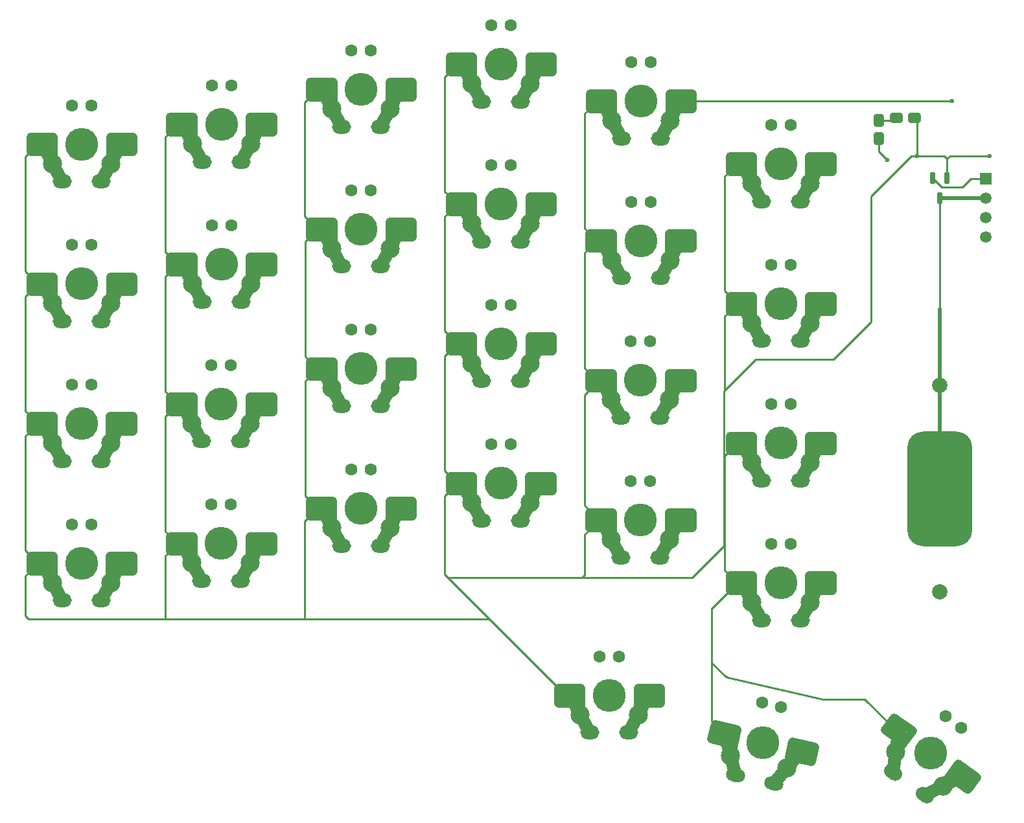
<source format=gbl>
G04*
G04 #@! TF.GenerationSoftware,Altium Limited,Altium Designer,23.0.1 (38)*
G04*
G04 Layer_Physical_Order=2*
G04 Layer_Color=16711680*
%FSLAX44Y44*%
%MOMM*%
G71*
G04*
G04 #@! TF.SameCoordinates,0B1D91C4-5DF2-49A7-A8E5-8765CD2E41FD*
G04*
G04*
G04 #@! TF.FilePolarity,Positive*
G04*
G01*
G75*
G04:AMPARAMS|DCode=13|XSize=15mm|YSize=8.5mm|CornerRadius=2.125mm|HoleSize=0mm|Usage=FLASHONLY|Rotation=90.000|XOffset=0mm|YOffset=0mm|HoleType=Round|Shape=RoundedRectangle|*
%AMROUNDEDRECTD13*
21,1,15.0000,4.2500,0,0,90.0*
21,1,10.7500,8.5000,0,0,90.0*
1,1,4.2500,2.1250,5.3750*
1,1,4.2500,2.1250,-5.3750*
1,1,4.2500,-2.1250,-5.3750*
1,1,4.2500,-2.1250,5.3750*
%
%ADD13ROUNDEDRECTD13*%
%ADD28C,1.7000*%
%ADD29C,1.1000*%
%ADD30C,0.2540*%
%ADD31C,0.5000*%
%ADD32C,1.6000*%
%ADD33C,1.0000*%
%ADD34C,4.3000*%
%ADD35C,2.0000*%
%ADD36C,2.5000*%
%ADD37O,2.5000X1.8000*%
G04:AMPARAMS|DCode=38|XSize=2.5mm|YSize=1.8mm|CornerRadius=0mm|HoleSize=0mm|Usage=FLASHONLY|Rotation=324.200|XOffset=0mm|YOffset=0mm|HoleType=Round|Shape=Round|*
%AMOVALD38*
21,1,0.7000,1.8000,0.0000,0.0000,324.2*
1,1,1.8000,-0.2839,0.2047*
1,1,1.8000,0.2839,-0.2047*
%
%ADD38OVALD38*%

G04:AMPARAMS|DCode=39|XSize=2.5mm|YSize=1.8mm|CornerRadius=0mm|HoleSize=0mm|Usage=FLASHONLY|Rotation=347.200|XOffset=0mm|YOffset=0mm|HoleType=Round|Shape=Round|*
%AMOVALD39*
21,1,0.7000,1.8000,0.0000,0.0000,347.2*
1,1,1.8000,-0.3413,0.0775*
1,1,1.8000,0.3413,-0.0775*
%
%ADD39OVALD39*%

%ADD40R,1.5000X1.5000*%
%ADD41C,1.5000*%
%ADD42C,0.6000*%
G04:AMPARAMS|DCode=43|XSize=1.35mm|YSize=1.7mm|CornerRadius=0.3375mm|HoleSize=0mm|Usage=FLASHONLY|Rotation=90.000|XOffset=0mm|YOffset=0mm|HoleType=Round|Shape=RoundedRectangle|*
%AMROUNDEDRECTD43*
21,1,1.3500,1.0250,0,0,90.0*
21,1,0.6750,1.7000,0,0,90.0*
1,1,0.6750,0.5125,0.3375*
1,1,0.6750,0.5125,-0.3375*
1,1,0.6750,-0.5125,-0.3375*
1,1,0.6750,-0.5125,0.3375*
%
%ADD43ROUNDEDRECTD43*%
G04:AMPARAMS|DCode=44|XSize=1.35mm|YSize=1.7mm|CornerRadius=0.3375mm|HoleSize=0mm|Usage=FLASHONLY|Rotation=180.000|XOffset=0mm|YOffset=0mm|HoleType=Round|Shape=RoundedRectangle|*
%AMROUNDEDRECTD44*
21,1,1.3500,1.0250,0,0,180.0*
21,1,0.6750,1.7000,0,0,180.0*
1,1,0.6750,-0.3375,0.5125*
1,1,0.6750,0.3375,0.5125*
1,1,0.6750,0.3375,-0.5125*
1,1,0.6750,-0.3375,-0.5125*
%
%ADD44ROUNDEDRECTD44*%
G04:AMPARAMS|DCode=45|XSize=0.65mm|YSize=1.55mm|CornerRadius=0.1625mm|HoleSize=0mm|Usage=FLASHONLY|Rotation=180.000|XOffset=0mm|YOffset=0mm|HoleType=Round|Shape=RoundedRectangle|*
%AMROUNDEDRECTD45*
21,1,0.6500,1.2250,0,0,180.0*
21,1,0.3250,1.5500,0,0,180.0*
1,1,0.3250,-0.1625,0.6125*
1,1,0.3250,0.1625,0.6125*
1,1,0.3250,0.1625,-0.6125*
1,1,0.3250,-0.1625,-0.6125*
%
%ADD45ROUNDEDRECTD45*%
D13*
X1222500Y500000D02*
D03*
D28*
X687105Y847052D02*
X699805Y872452D01*
X598205D02*
X610905Y847052D01*
X674405Y823684D02*
X687105Y847052D01*
X610905D02*
X623605Y823684D01*
X428410Y996861D02*
X441110Y973493D01*
X491909D02*
X504609Y996861D01*
X415709Y1022261D02*
X428410Y996861D01*
X504609D02*
X517309Y1022261D01*
X869949Y981684D02*
X882649Y1007084D01*
X781049D02*
X793749Y981684D01*
X857249Y958316D02*
X869949Y981684D01*
X793749D02*
X806449Y958316D01*
X1161354Y129394D02*
X1164723Y155775D01*
X1202556Y99678D02*
X1226526Y111202D01*
X1164723Y155775D02*
X1169280Y183806D01*
X1226526Y111202D02*
X1251684Y124374D01*
X1022875Y134565D02*
X1040886Y156520D01*
X941811Y179030D02*
X948568Y151447D01*
X1005313Y114592D02*
X1022875Y134565D01*
X948568Y151447D02*
X955776Y125846D01*
X752400Y204600D02*
X765100Y181232D01*
X815900D02*
X828600Y204600D01*
X739700Y230000D02*
X752400Y204600D01*
X828600D02*
X841300Y230000D01*
X1052758Y351564D02*
X1065458Y376964D01*
X963858D02*
X976558Y351564D01*
X1040058Y328196D02*
X1052758Y351564D01*
X976558D02*
X989258Y328196D01*
X62930Y377324D02*
X75630Y353956D01*
X126430D02*
X139130Y377324D01*
X50230Y402724D02*
X62930Y377324D01*
X139130D02*
X151830Y402724D01*
X139186Y559953D02*
X151886Y585353D01*
X50286D02*
X62986Y559953D01*
X126486Y536585D02*
X139186Y559953D01*
X62986D02*
X75686Y536585D01*
X63043Y742582D02*
X75743Y719214D01*
X126543D02*
X139243Y742582D01*
X50343Y767982D02*
X63043Y742582D01*
X139243D02*
X151943Y767982D01*
X139299Y925211D02*
X151999Y950611D01*
X50399D02*
X63099Y925211D01*
X126599Y901843D02*
X139299Y925211D01*
X63099D02*
X75799Y901843D01*
X245560Y402999D02*
X258260Y379631D01*
X309060D02*
X321760Y402999D01*
X232860Y428399D02*
X245560Y402999D01*
X321760D02*
X334460Y428399D01*
X504400Y448974D02*
X517100Y474374D01*
X415500D02*
X428200Y448974D01*
X491700Y425606D02*
X504400Y448974D01*
X428200D02*
X440900Y425606D01*
X245600Y585629D02*
X258300Y562261D01*
X309100D02*
X321800Y585629D01*
X232900Y611029D02*
X245600Y585629D01*
X321800D02*
X334500Y611029D01*
X1052661Y534209D02*
X1065361Y559609D01*
X963761D02*
X976461Y534209D01*
X1039961Y510841D02*
X1052661Y534209D01*
X976461D02*
X989161Y510841D01*
X976517Y716838D02*
X989217Y693470D01*
X1040017D02*
X1052717Y716838D01*
X963817Y742238D02*
X976517Y716838D01*
X1052717D02*
X1065417Y742238D01*
X687048Y664423D02*
X699748Y689823D01*
X598148D02*
X610848Y664423D01*
X674348Y641055D02*
X687048Y664423D01*
X610848D02*
X623548Y641055D01*
X793489Y799055D02*
X806189Y775687D01*
X856989D02*
X869689Y799055D01*
X780789Y824455D02*
X793489Y799055D01*
X869689D02*
X882389Y824455D01*
X321900Y950887D02*
X334600Y976287D01*
X233000D02*
X245700Y950887D01*
X309200Y927519D02*
X321900Y950887D01*
X245700D02*
X258400Y927519D01*
X245700Y768258D02*
X258400Y744890D01*
X309200D02*
X321900Y768258D01*
X233000Y793658D02*
X245700Y768258D01*
X321900D02*
X334600Y793658D01*
X504553Y814232D02*
X517253Y839632D01*
X415653D02*
X428353Y814232D01*
X491853Y790864D02*
X504553Y814232D01*
X428353D02*
X441053Y790864D01*
X976452Y899467D02*
X989152Y876099D01*
X1039952D02*
X1052652Y899467D01*
X963752Y924867D02*
X976452Y899467D01*
X1052652D02*
X1065352Y924867D01*
X687161Y1029681D02*
X699861Y1055081D01*
X598261D02*
X610961Y1029681D01*
X674461Y1006313D02*
X687161Y1029681D01*
X610961D02*
X623661Y1006313D01*
X610792Y481794D02*
X623492Y458426D01*
X674292D02*
X686992Y481794D01*
X598092Y507194D02*
X610792Y481794D01*
X686992D02*
X699692Y507194D01*
X869633Y616426D02*
X882333Y641826D01*
X780733D02*
X793433Y616426D01*
X856933Y593058D02*
X869633Y616426D01*
X793433D02*
X806133Y593058D01*
X793377Y433797D02*
X806077Y410429D01*
X856877D02*
X869577Y433797D01*
X780677Y459197D02*
X793377Y433797D01*
X869577D02*
X882277Y459197D01*
X504497Y631603D02*
X517197Y657003D01*
X415597D02*
X428297Y631603D01*
X491797Y608235D02*
X504497Y631603D01*
X428297D02*
X440997Y608235D01*
D29*
X686005Y882452D02*
X716005D01*
X686005Y853452D02*
Y882452D01*
X692005Y862452D02*
X716005D01*
X699805Y872452D02*
X716005D01*
Y862452D02*
Y882452D01*
X582005Y862452D02*
Y882452D01*
Y872452D02*
X598205D01*
X582005Y862452D02*
X606005D01*
X612005Y853452D02*
Y882452D01*
X582005D02*
X612005D01*
X399510Y1032261D02*
X429510D01*
Y1003261D02*
Y1032261D01*
X399510Y1012261D02*
X423509D01*
X399510Y1022261D02*
X415709D01*
X399510Y1012261D02*
Y1032261D01*
X533509Y1012261D02*
Y1032261D01*
X517309Y1022261D02*
X533509D01*
X509510Y1012261D02*
X533509D01*
X503509Y1003261D02*
Y1032261D01*
X533509D01*
X868849Y1017084D02*
X898849D01*
X868849Y988084D02*
Y1017084D01*
X874849Y997084D02*
X898849D01*
X882649Y1007084D02*
X898849D01*
Y997084D02*
Y1017084D01*
X764849Y997084D02*
Y1017084D01*
Y1007084D02*
X781049D01*
X764849Y997084D02*
X788849D01*
X794849Y988084D02*
Y1017084D01*
X764849D02*
X794849D01*
X1161991Y201392D02*
X1186323Y183844D01*
X1169359Y160323D02*
X1186323Y183844D01*
X1150292Y185171D02*
X1169757Y171132D01*
X1156141Y193282D02*
X1169280Y183806D01*
X1150292Y185171D02*
X1161991Y201392D01*
X1258974Y106787D02*
X1270673Y123008D01*
X1251684Y124374D02*
X1264824Y114897D01*
X1239509Y120826D02*
X1258974Y106787D01*
X1229378Y117036D02*
X1246341Y140557D01*
X1270673Y123008D01*
X1029645Y169329D02*
X1058899Y162683D01*
X1023220Y141050D02*
X1029645Y169329D01*
X1031065Y148497D02*
X1054468Y143180D01*
X1040886Y156520D02*
X1056684Y152931D01*
X1054468Y143180D02*
X1058899Y162683D01*
X923798Y172867D02*
X928229Y192370D01*
X926014Y182619D02*
X941811Y179030D01*
X923798Y172867D02*
X947202Y167550D01*
X951059Y157444D02*
X957484Y185724D01*
X928229Y192370D02*
X957484Y185724D01*
X723500Y240000D02*
X753500D01*
Y211000D02*
Y240000D01*
X723500Y220000D02*
X747500D01*
X723500Y230000D02*
X739700D01*
X723500Y220000D02*
Y240000D01*
X857500Y220000D02*
Y240000D01*
X841300Y230000D02*
X857500D01*
X833500Y220000D02*
X857500D01*
X827500Y211000D02*
Y240000D01*
X857500D01*
X1051658Y386964D02*
X1081658D01*
X1051658Y357964D02*
Y386964D01*
X1057658Y366964D02*
X1081658D01*
X1065458Y376964D02*
X1081658D01*
Y366964D02*
Y386964D01*
X947658Y366964D02*
Y386964D01*
Y376964D02*
X963858D01*
X947658Y366964D02*
X971658D01*
X977658Y357964D02*
Y386964D01*
X947658D02*
X977658D01*
X34030Y412724D02*
X64030D01*
Y383724D02*
Y412724D01*
X34030Y392724D02*
X58030D01*
X34030Y402724D02*
X50230D01*
X34030Y392724D02*
Y412724D01*
X168030Y392724D02*
Y412724D01*
X151830Y402724D02*
X168030D01*
X144030Y392724D02*
X168030D01*
X138030Y383724D02*
Y412724D01*
X168030D01*
X138086Y595353D02*
X168086D01*
X138086Y566353D02*
Y595353D01*
X144086Y575353D02*
X168086D01*
X151886Y585353D02*
X168086D01*
Y575353D02*
Y595353D01*
X34086Y575353D02*
Y595353D01*
Y585353D02*
X50286D01*
X34086Y575353D02*
X58086D01*
X64086Y566353D02*
Y595353D01*
X34086D02*
X64086D01*
X34143Y777982D02*
X64143D01*
Y748982D02*
Y777982D01*
X34143Y757982D02*
X58143D01*
X34143Y767982D02*
X50343D01*
X34143Y757982D02*
Y777982D01*
X168143Y757982D02*
Y777982D01*
X151943Y767982D02*
X168143D01*
X144143Y757982D02*
X168143D01*
X138143Y748982D02*
Y777982D01*
X168143D01*
X138199Y960611D02*
X168199D01*
X138199Y931611D02*
Y960611D01*
X144199Y940611D02*
X168199D01*
X151999Y950611D02*
X168199D01*
Y940611D02*
Y960611D01*
X34199Y940611D02*
Y960611D01*
Y950611D02*
X50399D01*
X34199Y940611D02*
X58199D01*
X64199Y931611D02*
Y960611D01*
X34199D02*
X64199D01*
X216660Y438399D02*
X246660D01*
Y409399D02*
Y438399D01*
X216660Y418399D02*
X240660D01*
X216660Y428399D02*
X232860D01*
X216660Y418399D02*
Y438399D01*
X350660Y418399D02*
Y438399D01*
X334460Y428399D02*
X350660D01*
X326660Y418399D02*
X350660D01*
X320660Y409399D02*
Y438399D01*
X350660D01*
X503300Y484374D02*
X533300D01*
X503300Y455373D02*
Y484374D01*
X509300Y464374D02*
X533300D01*
X517100Y474374D02*
X533300D01*
Y464374D02*
Y484374D01*
X399300Y464374D02*
Y484374D01*
Y474374D02*
X415500D01*
X399300Y464374D02*
X423300D01*
X429300Y455373D02*
Y484374D01*
X399300D02*
X429300D01*
X216700Y621029D02*
X246700D01*
Y592029D02*
Y621029D01*
X216700Y601029D02*
X240700D01*
X216700Y611029D02*
X232900D01*
X216700Y601029D02*
Y621029D01*
X350700Y601029D02*
Y621029D01*
X334500Y611029D02*
X350700D01*
X326700Y601029D02*
X350700D01*
X320700Y592029D02*
Y621029D01*
X350700D01*
X1051561Y569609D02*
X1081561D01*
X1051561Y540609D02*
Y569609D01*
X1057561Y549609D02*
X1081561D01*
X1065361Y559609D02*
X1081561D01*
Y549609D02*
Y569609D01*
X947561Y549609D02*
Y569609D01*
Y559609D02*
X963761D01*
X947561Y549609D02*
X971561D01*
X977561Y540609D02*
Y569609D01*
X947561D02*
X977561D01*
X947617Y752238D02*
X977617D01*
Y723238D02*
Y752238D01*
X947617Y732238D02*
X971617D01*
X947617Y742238D02*
X963817D01*
X947617Y732238D02*
Y752238D01*
X1081617Y732238D02*
Y752238D01*
X1065417Y742238D02*
X1081617D01*
X1057617Y732238D02*
X1081617D01*
X1051617Y723238D02*
Y752238D01*
X1081617D01*
X685948Y699823D02*
X715948D01*
X685948Y670823D02*
Y699823D01*
X691948Y679823D02*
X715948D01*
X699748Y689823D02*
X715948D01*
Y679823D02*
Y699823D01*
X581948Y679823D02*
Y699823D01*
Y689823D02*
X598148D01*
X581948Y679823D02*
X605948D01*
X611948Y670823D02*
Y699823D01*
X581948D02*
X611948D01*
X764589Y834455D02*
X794589D01*
Y805455D02*
Y834455D01*
X764589Y814455D02*
X788589D01*
X764589Y824455D02*
X780789D01*
X764589Y814455D02*
Y834455D01*
X898589Y814455D02*
Y834455D01*
X882389Y824455D02*
X898589D01*
X874589Y814455D02*
X898589D01*
X868589Y805455D02*
Y834455D01*
X898589D01*
X320800Y986287D02*
X350800D01*
X320800Y957287D02*
Y986287D01*
X326800Y966287D02*
X350800D01*
X334600Y976287D02*
X350800D01*
Y966287D02*
Y986287D01*
X216800Y966287D02*
Y986287D01*
Y976287D02*
X233000D01*
X216800Y966287D02*
X240800D01*
X246800Y957287D02*
Y986287D01*
X216800D02*
X246800D01*
X216800Y803658D02*
X246800D01*
Y774658D02*
Y803658D01*
X216800Y783658D02*
X240800D01*
X216800Y793658D02*
X233000D01*
X216800Y783658D02*
Y803658D01*
X350800Y783658D02*
Y803658D01*
X334600Y793658D02*
X350800D01*
X326800Y783658D02*
X350800D01*
X320800Y774658D02*
Y803658D01*
X350800D01*
X503453Y849632D02*
X533453D01*
X503453Y820632D02*
Y849632D01*
X509453Y829632D02*
X533453D01*
X517253Y839632D02*
X533453D01*
Y829632D02*
Y849632D01*
X399453Y829632D02*
Y849632D01*
Y839632D02*
X415653D01*
X399453Y829632D02*
X423453D01*
X429453Y820632D02*
Y849632D01*
X399453D02*
X429453D01*
X947552Y934867D02*
X977552D01*
Y905867D02*
Y934867D01*
X947552Y914867D02*
X971552D01*
X947552Y924867D02*
X963752D01*
X947552Y914867D02*
Y934867D01*
X1081552Y914867D02*
Y934867D01*
X1065352Y924867D02*
X1081552D01*
X1057552Y914867D02*
X1081552D01*
X1051552Y905867D02*
Y934867D01*
X1081552D01*
X686061Y1065081D02*
X716061D01*
X686061Y1036081D02*
Y1065081D01*
X692061Y1045081D02*
X716061D01*
X699861Y1055081D02*
X716061D01*
Y1045081D02*
Y1065081D01*
X582061Y1045081D02*
Y1065081D01*
Y1055081D02*
X598261D01*
X582061Y1045081D02*
X606061D01*
X612061Y1036081D02*
Y1065081D01*
X582061D02*
X612061D01*
X581892Y517194D02*
X611892D01*
Y488194D02*
Y517194D01*
X581892Y497194D02*
X605892D01*
X581892Y507194D02*
X598092D01*
X581892Y497194D02*
Y517194D01*
X715892Y497194D02*
Y517194D01*
X699692Y507194D02*
X715892D01*
X691892Y497194D02*
X715892D01*
X685892Y488194D02*
Y517194D01*
X715892D01*
X868533Y651826D02*
X898533D01*
X868533Y622826D02*
Y651826D01*
X874533Y631826D02*
X898533D01*
X882333Y641826D02*
X898533D01*
Y631826D02*
Y651826D01*
X764533Y631826D02*
Y651826D01*
Y641826D02*
X780733D01*
X764533Y631826D02*
X788533D01*
X794533Y622826D02*
Y651826D01*
X764533D02*
X794533D01*
X764477Y469197D02*
X794477D01*
Y440197D02*
Y469197D01*
X764477Y449197D02*
X788477D01*
X764477Y459197D02*
X780677D01*
X764477Y449197D02*
Y469197D01*
X898477Y449197D02*
Y469197D01*
X882277Y459197D02*
X898477D01*
X874477Y449197D02*
X898477D01*
X868477Y440197D02*
Y469197D01*
X898477D01*
X503397Y667003D02*
X533397D01*
X503397Y638003D02*
Y667003D01*
X509397Y647003D02*
X533397D01*
X517197Y657003D02*
X533397D01*
Y647003D02*
Y667003D01*
X399397Y647003D02*
Y667003D01*
Y657003D02*
X415597D01*
X399397Y647003D02*
X423397D01*
X429397Y638003D02*
Y667003D01*
X399397D02*
X429397D01*
D30*
X210406Y777264D02*
X216800Y783658D01*
X941267Y725887D02*
X947618Y732238D01*
X389325Y329430D02*
X392500D01*
Y331525D01*
X1124423Y225000D02*
X1125167Y224256D01*
X210675Y329430D02*
X389325D01*
X392500Y331525D02*
Y457574D01*
X1125167Y224256D02*
X1156141Y193282D01*
X898849Y1007084D02*
X1238702D01*
X943018Y254051D02*
X943763D01*
X944155Y253659D01*
X1070299Y225000D01*
X924569Y272500D02*
X943018Y254051D01*
X1070299Y225000D02*
X1124423D01*
X924569Y272500D02*
Y343875D01*
X924749Y344055D02*
X947658Y366964D01*
X924569Y196031D02*
Y272246D01*
X579842Y383658D02*
X634071Y329430D01*
X723500Y240000D01*
X392500Y329430D02*
X634071D01*
X210366Y359378D02*
Y412106D01*
Y359378D02*
X210675Y359069D01*
X210366Y412106D02*
X216660Y418400D01*
X210675Y329430D02*
Y359069D01*
X32009Y329430D02*
X210675D01*
X27736Y333702D02*
X32009Y329430D01*
X575598Y388156D02*
Y490899D01*
Y387902D02*
X579662Y383838D01*
X699118D01*
X762130Y473562D02*
X764477Y471215D01*
Y629752D02*
Y631770D01*
X758183Y622791D02*
X762186Y626794D01*
X758183Y478175D02*
X762130Y474229D01*
X762186Y627460D02*
X764477Y629752D01*
X758183Y478175D02*
Y622791D01*
X762186Y626794D02*
Y627460D01*
X762130Y473562D02*
Y474229D01*
X764477Y469197D02*
Y471215D01*
X754993Y383838D02*
X758183Y387028D01*
Y440218D01*
X762129Y444165D02*
Y444831D01*
X754993Y383838D02*
X898434D01*
X764477Y447178D02*
Y449197D01*
X762129Y444831D02*
X764477Y447178D01*
X758183Y440218D02*
X762129Y444165D01*
X699372Y383838D02*
X754993D01*
X1185000Y935000D02*
X1192500D01*
X1132738Y882738D02*
X1185000Y935000D01*
X1228600D02*
X1232000Y931600D01*
X1189500Y985000D02*
X1192500Y982000D01*
Y935000D02*
X1228600D01*
X1192500D02*
Y982000D01*
X1132738Y718044D02*
Y882738D01*
X1287564Y935063D02*
X1287627Y935127D01*
X1287500Y935000D02*
X1287564Y935063D01*
X941267Y628630D02*
Y725887D01*
Y628630D02*
X981581Y668944D01*
X940007Y627370D02*
X941267Y628630D01*
X898434Y383838D02*
X940007Y425412D01*
Y627370D01*
X981581Y668944D02*
X1083638D01*
X1132738Y718044D01*
X758295Y840749D02*
Y990530D01*
X758239Y658120D02*
Y808105D01*
X764589Y814455D01*
X392500Y457574D02*
X399300Y464374D01*
X575598Y490899D02*
X581892Y497193D01*
X27736Y386430D02*
X34031Y392724D01*
X27736Y333702D02*
Y386430D01*
X924569Y196031D02*
X928229Y192371D01*
X1235400Y935000D02*
X1287500D01*
X1232000Y931600D02*
X1235400Y935000D01*
X1232000Y906500D02*
Y931600D01*
X1142500Y940998D02*
X1153658Y929840D01*
X1142500Y940998D02*
Y958000D01*
Y982000D02*
X1162499D01*
X1165500Y985000D01*
X1222500Y735000D02*
Y880000D01*
X1262732Y905800D02*
X1282500D01*
X1251702Y894770D02*
X1262732Y905800D01*
X1224730Y894770D02*
X1251702D01*
X1213000Y906500D02*
X1224730Y894770D01*
X27736Y419018D02*
X34031Y412724D01*
X27736Y419018D02*
Y569003D01*
X34086Y575353D01*
X210366Y444693D02*
X216660Y438400D01*
X210366Y444693D02*
Y594694D01*
X216700Y601029D01*
X399300Y484374D02*
X399300D01*
X393006Y490668D02*
X399300Y484374D01*
X393006Y490668D02*
Y640611D01*
X399397Y647003D01*
X34086Y595353D02*
Y595353D01*
X27792Y601647D02*
X34086Y595353D01*
X27792Y601647D02*
Y751632D01*
X34143Y757982D01*
X575598Y523488D02*
X581892Y517193D01*
X575598Y523488D02*
Y673473D01*
X581949Y679823D01*
X216700Y621029D02*
X216700D01*
X210406Y627323D02*
X216700Y621029D01*
X210406Y627323D02*
Y777264D01*
X393103Y673297D02*
X399397Y667003D01*
X393103Y673297D02*
Y823282D01*
X399453Y829632D01*
X27849Y784276D02*
X34143Y777982D01*
X27849Y784276D02*
Y934261D01*
X34199Y940611D01*
X758239Y658120D02*
X764532Y651826D01*
X759864Y813028D02*
X761292Y814455D01*
X764589D01*
X575654Y706118D02*
X581949Y699823D01*
X575654Y706118D02*
Y856102D01*
X582005Y862452D01*
X210506Y809952D02*
X216800Y803658D01*
X210506Y809952D02*
Y959992D01*
X216800Y966287D01*
X392500Y856585D02*
X399453Y849632D01*
X392500Y856585D02*
Y1005252D01*
X399510Y1012261D01*
X758295Y840749D02*
X764589Y834455D01*
X758295Y990530D02*
X764849Y997084D01*
X575710Y888746D02*
X582005Y882452D01*
X575710Y888746D02*
Y1038731D01*
X582061Y1045082D01*
X941267Y393355D02*
X947658Y386964D01*
X941267Y393355D02*
Y543314D01*
X947561Y549608D01*
X941258Y758597D02*
X947618Y752238D01*
X941258Y758597D02*
Y908573D01*
X947552Y914867D01*
D31*
X1222500Y500000D02*
Y635000D01*
Y735000D01*
Y880000D02*
X1222700Y880200D01*
X1282300D01*
X1282500Y880400D01*
D32*
X636305Y923252D02*
D03*
X661705D02*
D03*
X479210Y1073061D02*
D03*
X453810D02*
D03*
X819149Y1057884D02*
D03*
X844549D02*
D03*
X1250499Y187863D02*
D03*
X1229898Y202721D02*
D03*
X990219Y220126D02*
D03*
X1014988Y214499D02*
D03*
X803200Y280800D02*
D03*
X777800D02*
D03*
X1001958Y427764D02*
D03*
X1027358D02*
D03*
X113730Y453524D02*
D03*
X88330D02*
D03*
X88386Y636153D02*
D03*
X113786D02*
D03*
X113843Y818782D02*
D03*
X88443D02*
D03*
X88499Y1001412D02*
D03*
X113899D02*
D03*
X296360Y479199D02*
D03*
X270960D02*
D03*
X453600Y525173D02*
D03*
X479000D02*
D03*
X296400Y661829D02*
D03*
X271000D02*
D03*
X1001861Y610409D02*
D03*
X1027261D02*
D03*
X1027317Y793038D02*
D03*
X1001917D02*
D03*
X636248Y740623D02*
D03*
X661648D02*
D03*
X844289Y875255D02*
D03*
X818889D02*
D03*
X271100Y1027087D02*
D03*
X296500D02*
D03*
Y844458D02*
D03*
X271100D02*
D03*
X453753Y890432D02*
D03*
X479153D02*
D03*
X1027252Y975667D02*
D03*
X1001852D02*
D03*
X636361Y1105881D02*
D03*
X661761D02*
D03*
X661592Y557994D02*
D03*
X636192D02*
D03*
X818833Y692626D02*
D03*
X844233D02*
D03*
X844177Y509997D02*
D03*
X818777D02*
D03*
X453697Y707803D02*
D03*
X479097D02*
D03*
D33*
X716005Y862452D02*
D03*
Y882452D02*
D03*
Y872452D02*
D03*
X582005D02*
D03*
Y862452D02*
D03*
Y882452D02*
D03*
X399510Y1032261D02*
D03*
Y1012261D02*
D03*
Y1022261D02*
D03*
X533509D02*
D03*
Y1032261D02*
D03*
Y1012261D02*
D03*
X898849Y997084D02*
D03*
Y1017084D02*
D03*
Y1007084D02*
D03*
X764849D02*
D03*
Y997084D02*
D03*
Y1017084D02*
D03*
X1161991Y201392D02*
D03*
X1150292Y185171D02*
D03*
X1156141Y193282D02*
D03*
X1264824Y114897D02*
D03*
X1270673Y123008D02*
D03*
X1258974Y106787D02*
D03*
X1054468Y143180D02*
D03*
X1058899Y162683D02*
D03*
X1056684Y152931D02*
D03*
X926014Y182619D02*
D03*
X923798Y172867D02*
D03*
X928229Y192370D02*
D03*
X723500Y240000D02*
D03*
Y220000D02*
D03*
Y230000D02*
D03*
X857500D02*
D03*
Y240000D02*
D03*
Y220000D02*
D03*
X1081658Y366964D02*
D03*
Y386964D02*
D03*
Y376964D02*
D03*
X947658D02*
D03*
Y366964D02*
D03*
Y386964D02*
D03*
X34030Y412724D02*
D03*
Y392724D02*
D03*
Y402724D02*
D03*
X168030D02*
D03*
Y412724D02*
D03*
Y392724D02*
D03*
X168086Y575353D02*
D03*
Y595353D02*
D03*
Y585353D02*
D03*
X34086D02*
D03*
Y575353D02*
D03*
Y595353D02*
D03*
X34143Y777982D02*
D03*
Y757982D02*
D03*
Y767982D02*
D03*
X168143D02*
D03*
Y777982D02*
D03*
Y757982D02*
D03*
X168199Y940611D02*
D03*
Y960611D02*
D03*
Y950611D02*
D03*
X34199D02*
D03*
Y940611D02*
D03*
Y960611D02*
D03*
X216660Y438399D02*
D03*
Y418399D02*
D03*
Y428399D02*
D03*
X350660D02*
D03*
Y438399D02*
D03*
Y418399D02*
D03*
X533300Y464374D02*
D03*
Y484374D02*
D03*
Y474374D02*
D03*
X399300D02*
D03*
Y464374D02*
D03*
Y484374D02*
D03*
X216700Y621029D02*
D03*
Y601029D02*
D03*
Y611029D02*
D03*
X350700D02*
D03*
Y621029D02*
D03*
Y601029D02*
D03*
X1081561Y549609D02*
D03*
Y569609D02*
D03*
Y559609D02*
D03*
X947561D02*
D03*
Y549609D02*
D03*
Y569609D02*
D03*
X947617Y752238D02*
D03*
Y732238D02*
D03*
Y742238D02*
D03*
X1081617D02*
D03*
Y752238D02*
D03*
Y732238D02*
D03*
X715948Y679823D02*
D03*
Y699823D02*
D03*
Y689823D02*
D03*
X581948D02*
D03*
Y679823D02*
D03*
Y699823D02*
D03*
X764589Y834455D02*
D03*
Y814455D02*
D03*
Y824455D02*
D03*
X898589D02*
D03*
Y834455D02*
D03*
Y814455D02*
D03*
X350800Y966287D02*
D03*
Y986287D02*
D03*
Y976287D02*
D03*
X216800D02*
D03*
Y966287D02*
D03*
Y986287D02*
D03*
Y803658D02*
D03*
Y783658D02*
D03*
Y793658D02*
D03*
X350800D02*
D03*
Y803658D02*
D03*
Y783658D02*
D03*
X533453Y829632D02*
D03*
Y849632D02*
D03*
Y839632D02*
D03*
X399453D02*
D03*
Y829632D02*
D03*
Y849632D02*
D03*
X947552Y934867D02*
D03*
Y914867D02*
D03*
Y924867D02*
D03*
X1081552D02*
D03*
Y934867D02*
D03*
Y914867D02*
D03*
X716061Y1045081D02*
D03*
Y1065081D02*
D03*
Y1055081D02*
D03*
X582061D02*
D03*
Y1045081D02*
D03*
Y1065081D02*
D03*
X581892Y517194D02*
D03*
Y497194D02*
D03*
Y507194D02*
D03*
X715892D02*
D03*
Y517194D02*
D03*
Y497194D02*
D03*
X898533Y631826D02*
D03*
Y651826D02*
D03*
Y641826D02*
D03*
X764533D02*
D03*
Y631826D02*
D03*
Y651826D02*
D03*
X764477Y469197D02*
D03*
Y449197D02*
D03*
Y459197D02*
D03*
X898477D02*
D03*
Y469197D02*
D03*
Y449197D02*
D03*
X533397Y647003D02*
D03*
Y667003D02*
D03*
Y657003D02*
D03*
X399397D02*
D03*
Y647003D02*
D03*
Y667003D02*
D03*
D34*
X649005Y872452D02*
D03*
X466510Y1022261D02*
D03*
X831849Y1007084D02*
D03*
X1210482Y154090D02*
D03*
X991349Y167775D02*
D03*
X790500Y230000D02*
D03*
X1014658Y376964D02*
D03*
X101030Y402724D02*
D03*
X101086Y585353D02*
D03*
X101143Y767982D02*
D03*
X101199Y950611D02*
D03*
X283660Y428399D02*
D03*
X466300Y474374D02*
D03*
X283700Y611029D02*
D03*
X1014561Y559609D02*
D03*
X1014617Y742238D02*
D03*
X648948Y689823D02*
D03*
X831589Y824455D02*
D03*
X283800Y976287D02*
D03*
Y793658D02*
D03*
X466453Y839632D02*
D03*
X1014552Y924867D02*
D03*
X649061Y1055081D02*
D03*
X648892Y507194D02*
D03*
X831533Y641826D02*
D03*
X831477Y459197D02*
D03*
X466397Y657003D02*
D03*
D35*
X699805Y872452D02*
D03*
X598205D02*
D03*
X415709Y1022261D02*
D03*
X517309D02*
D03*
X882649Y1007084D02*
D03*
X781049D02*
D03*
X1169280Y183806D02*
D03*
X1251684Y124374D02*
D03*
X1040886Y156520D02*
D03*
X941811Y179030D02*
D03*
X739700Y230000D02*
D03*
X841300D02*
D03*
X1065458Y376964D02*
D03*
X963858D02*
D03*
X50230Y402724D02*
D03*
X151830D02*
D03*
X151886Y585353D02*
D03*
X50286D02*
D03*
X50343Y767982D02*
D03*
X151943D02*
D03*
X151999Y950611D02*
D03*
X50399D02*
D03*
X232860Y428399D02*
D03*
X334460D02*
D03*
X517100Y474374D02*
D03*
X415500D02*
D03*
X232900Y611029D02*
D03*
X334500D02*
D03*
X1065361Y559609D02*
D03*
X963761D02*
D03*
X963817Y742238D02*
D03*
X1065417D02*
D03*
X699748Y689823D02*
D03*
X598148D02*
D03*
X780789Y824455D02*
D03*
X882389D02*
D03*
X334600Y976287D02*
D03*
X233000D02*
D03*
Y793658D02*
D03*
X334600D02*
D03*
X517253Y839632D02*
D03*
X415653D02*
D03*
X963752Y924867D02*
D03*
X1065352D02*
D03*
X699861Y1055081D02*
D03*
X598261D02*
D03*
X598092Y507194D02*
D03*
X699692D02*
D03*
X882333Y641826D02*
D03*
X780733D02*
D03*
X780677Y459197D02*
D03*
X882277D02*
D03*
X517197Y657003D02*
D03*
X415597D02*
D03*
X1222500Y635000D02*
D03*
Y365000D02*
D03*
D36*
X687105Y847052D02*
D03*
X610905D02*
D03*
X428410Y996861D02*
D03*
X504609D02*
D03*
X869949Y981684D02*
D03*
X793749D02*
D03*
X1164723Y155775D02*
D03*
X1226526Y111202D02*
D03*
X1022875Y134565D02*
D03*
X948568Y151447D02*
D03*
X752400Y204600D02*
D03*
X828600D02*
D03*
X1052758Y351564D02*
D03*
X976558D02*
D03*
X62930Y377324D02*
D03*
X139130D02*
D03*
X139186Y559953D02*
D03*
X62986D02*
D03*
X63043Y742582D02*
D03*
X139243D02*
D03*
X139299Y925211D02*
D03*
X63099D02*
D03*
X245560Y402999D02*
D03*
X321760D02*
D03*
X504400Y448974D02*
D03*
X428200D02*
D03*
X245600Y585629D02*
D03*
X321800D02*
D03*
X1052661Y534209D02*
D03*
X976461D02*
D03*
X976517Y716838D02*
D03*
X1052717D02*
D03*
X687048Y664423D02*
D03*
X610848D02*
D03*
X793489Y799055D02*
D03*
X869689D02*
D03*
X321900Y950887D02*
D03*
X245700D02*
D03*
Y768258D02*
D03*
X321900D02*
D03*
X504553Y814232D02*
D03*
X428353D02*
D03*
X976452Y899467D02*
D03*
X1052652D02*
D03*
X687161Y1029681D02*
D03*
X610961D02*
D03*
X610792Y481794D02*
D03*
X686992D02*
D03*
X869633Y616426D02*
D03*
X793433D02*
D03*
X793377Y433797D02*
D03*
X869577D02*
D03*
X504497Y631603D02*
D03*
X428297D02*
D03*
D37*
X623605Y823684D02*
D03*
X674405D02*
D03*
X491909Y973493D02*
D03*
X441110D02*
D03*
X806449Y958316D02*
D03*
X857249D02*
D03*
X815900Y181232D02*
D03*
X765100D02*
D03*
X989258Y328196D02*
D03*
X1040058D02*
D03*
X126430Y353956D02*
D03*
X75630D02*
D03*
X75686Y536585D02*
D03*
X126486D02*
D03*
X126543Y719214D02*
D03*
X75743D02*
D03*
X75799Y901843D02*
D03*
X126599D02*
D03*
X309060Y379631D02*
D03*
X258260D02*
D03*
X440900Y425606D02*
D03*
X491700D02*
D03*
X309100Y562261D02*
D03*
X258300D02*
D03*
X989161Y510841D02*
D03*
X1039961D02*
D03*
X1040017Y693470D02*
D03*
X989217D02*
D03*
X623548Y641055D02*
D03*
X674348D02*
D03*
X856989Y775687D02*
D03*
X806189D02*
D03*
X258400Y927519D02*
D03*
X309200D02*
D03*
Y744890D02*
D03*
X258400D02*
D03*
X441053Y790864D02*
D03*
X491853D02*
D03*
X1039952Y876099D02*
D03*
X989152D02*
D03*
X623661Y1006313D02*
D03*
X674461D02*
D03*
X674292Y458426D02*
D03*
X623492D02*
D03*
X806133Y593058D02*
D03*
X856933D02*
D03*
X856877Y410429D02*
D03*
X806077D02*
D03*
X440997Y608235D02*
D03*
X491797D02*
D03*
D38*
X1202556Y99678D02*
D03*
X1161354Y129394D02*
D03*
D39*
X955776Y125846D02*
D03*
X1005313Y114592D02*
D03*
D40*
X1282500Y905800D02*
D03*
D41*
Y880400D02*
D03*
Y855000D02*
D03*
Y829600D02*
D03*
D42*
X1192500Y935000D02*
D03*
X1287564Y935063D02*
D03*
X1153658Y929840D02*
D03*
X1238702Y1007084D02*
D03*
D43*
X1189500Y985000D02*
D03*
X1165500D02*
D03*
D44*
X1142500Y982000D02*
D03*
Y958000D02*
D03*
D45*
X1222500Y880000D02*
D03*
X1232000Y906500D02*
D03*
X1213000D02*
D03*
M02*

</source>
